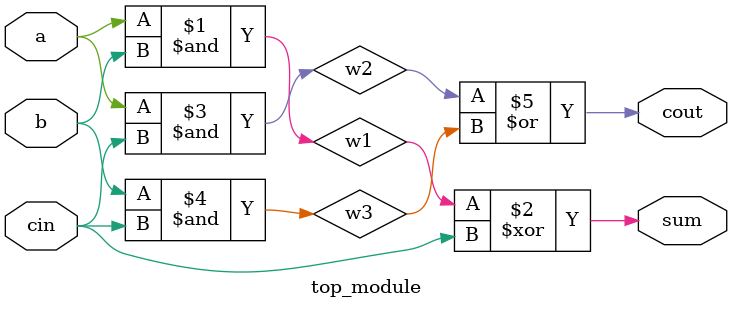
<source format=sv>
module top_module (
	input a,
	input b,
	input cin,
	output cout,
	output sum
);

// Create internal signals
wire w1;
wire w2;

// Create internal gates
and gate1(w1,a,b);
xor gate2(sum,w1,cin);
and gate3(w2,a,cin);
and gate4(w3,b,cin);
or gate5(cout,w2,w3);
 
endmodule

</source>
